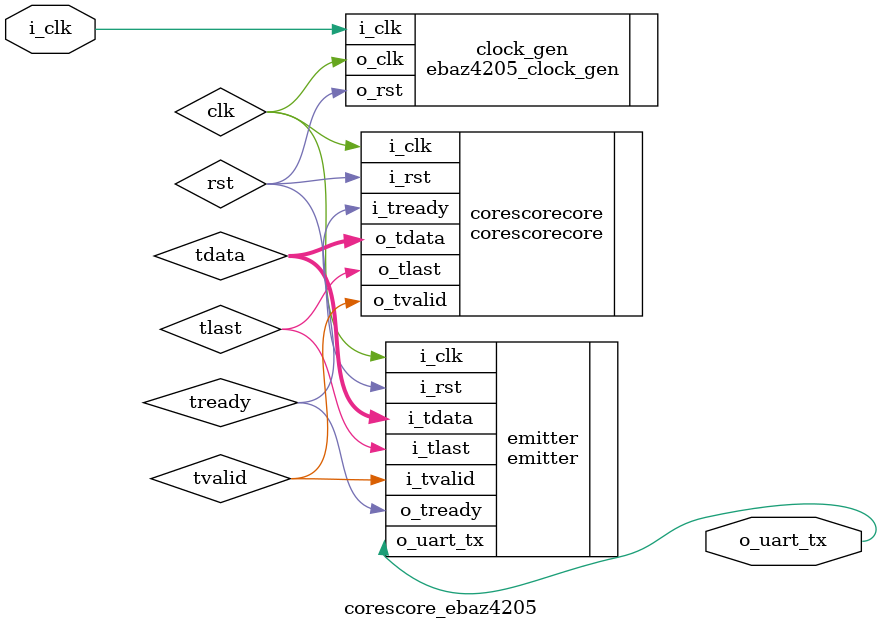
<source format=v>

`default_nettype none
module corescore_ebaz4205
(
 input wire  i_clk,
 output wire o_uart_tx);

   wire      clk;
   wire      rst;

   ebaz4205_clock_gen clock_gen
     (.i_clk (i_clk),
      .o_clk (clk),
      .o_rst (rst));

   parameter memfile_emitter = "emitter.hex";

   wire [7:0]  tdata;
   wire        tlast;
   wire        tvalid;
   wire        tready;

   corescorecore corescorecore
     (.i_clk     (clk),
      .i_rst     (rst),
      .o_tdata   (tdata),
      .o_tlast   (tlast),
      .o_tvalid  (tvalid),
      .i_tready  (tready));

   emitter #(.memfile (memfile_emitter)) emitter
     (.i_clk     (clk),
      .i_rst     (rst),
      .i_tdata   (tdata),
      .i_tlast   (tlast),
      .i_tvalid  (tvalid),
      .o_tready  (tready),
      .o_uart_tx (o_uart_tx));

endmodule

</source>
